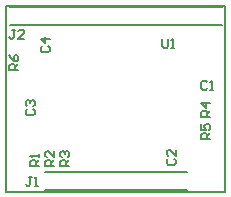
<source format=gto>
G04*
G04 #@! TF.GenerationSoftware,Altium Limited,Altium Designer,20.0.14 (345)*
G04*
G04 Layer_Color=65535*
%FSLAX43Y43*%
%MOMM*%
G71*
G01*
G75*
%ADD10C,0.127*%
%ADD11C,0.200*%
D10*
X18542D01*
X0D02*
Y15748D01*
X18542D01*
Y0D02*
Y15748D01*
X773Y13716D02*
X520D01*
X647D01*
Y13081D01*
X520Y12954D01*
X393D01*
X266Y13081D01*
X1535Y12954D02*
X1027D01*
X1535Y13462D01*
Y13589D01*
X1408Y13716D01*
X1154D01*
X1027Y13589D01*
X1016Y10287D02*
X254D01*
Y10668D01*
X381Y10795D01*
X635D01*
X762Y10668D01*
Y10287D01*
Y10541D02*
X1016Y10795D01*
X254Y11557D02*
X381Y11303D01*
X635Y11049D01*
X889D01*
X1016Y11176D01*
Y11430D01*
X889Y11557D01*
X762D01*
X635Y11430D01*
Y11049D01*
X5334Y2159D02*
X4572D01*
Y2540D01*
X4699Y2667D01*
X4953D01*
X5080Y2540D01*
Y2159D01*
Y2413D02*
X5334Y2667D01*
X4699Y2921D02*
X4572Y3048D01*
Y3302D01*
X4699Y3429D01*
X4826D01*
X4953Y3302D01*
Y3175D01*
Y3302D01*
X5080Y3429D01*
X5207D01*
X5334Y3302D01*
Y3048D01*
X5207Y2921D01*
X17272Y4445D02*
X16510D01*
Y4826D01*
X16637Y4953D01*
X16891D01*
X17018Y4826D01*
Y4445D01*
Y4699D02*
X17272Y4953D01*
X16510Y5715D02*
Y5207D01*
X16891D01*
X16764Y5461D01*
Y5588D01*
X16891Y5715D01*
X17145D01*
X17272Y5588D01*
Y5334D01*
X17145Y5207D01*
X17272Y6350D02*
X16510D01*
Y6731D01*
X16637Y6858D01*
X16891D01*
X17018Y6731D01*
Y6350D01*
Y6604D02*
X17272Y6858D01*
Y7493D02*
X16510D01*
X16891Y7112D01*
Y7620D01*
X2159Y1270D02*
X1905D01*
X2032D01*
Y635D01*
X1905Y508D01*
X1778D01*
X1651Y635D01*
X2413Y508D02*
X2667D01*
X2540D01*
Y1270D01*
X2413Y1143D01*
X4064Y2159D02*
X3302D01*
Y2540D01*
X3429Y2667D01*
X3683D01*
X3810Y2540D01*
Y2159D01*
Y2413D02*
X4064Y2667D01*
Y3429D02*
Y2921D01*
X3556Y3429D01*
X3429D01*
X3302Y3302D01*
Y3048D01*
X3429Y2921D01*
X2794Y2159D02*
X2032D01*
Y2540D01*
X2159Y2667D01*
X2413D01*
X2540Y2540D01*
Y2159D01*
Y2413D02*
X2794Y2667D01*
Y2921D02*
Y3175D01*
Y3048D01*
X2032D01*
X2159Y2921D01*
X13208Y12954D02*
Y12319D01*
X13335Y12192D01*
X13589D01*
X13716Y12319D01*
Y12954D01*
X13970Y12192D02*
X14224D01*
X14097D01*
Y12954D01*
X13970Y12827D01*
X3048Y12319D02*
X2921Y12192D01*
Y11938D01*
X3048Y11811D01*
X3556D01*
X3683Y11938D01*
Y12192D01*
X3556Y12319D01*
X3683Y12954D02*
X2921D01*
X3302Y12573D01*
Y13081D01*
X1778Y6985D02*
X1651Y6858D01*
Y6604D01*
X1778Y6477D01*
X2286D01*
X2413Y6604D01*
Y6858D01*
X2286Y6985D01*
X1778Y7239D02*
X1651Y7366D01*
Y7620D01*
X1778Y7747D01*
X1905D01*
X2032Y7620D01*
Y7493D01*
Y7620D01*
X2159Y7747D01*
X2286D01*
X2413Y7620D01*
Y7366D01*
X2286Y7239D01*
X13716Y2794D02*
X13589Y2667D01*
Y2413D01*
X13716Y2286D01*
X14224D01*
X14351Y2413D01*
Y2667D01*
X14224Y2794D01*
X14351Y3556D02*
Y3048D01*
X13843Y3556D01*
X13716D01*
X13589Y3429D01*
Y3175D01*
X13716Y3048D01*
X17018Y9271D02*
X16891Y9398D01*
X16637D01*
X16510Y9271D01*
Y8763D01*
X16637Y8636D01*
X16891D01*
X17018Y8763D01*
X17272Y8636D02*
X17526D01*
X17399D01*
Y9398D01*
X17272Y9271D01*
D11*
X3281Y1685D02*
X15281D01*
X3281Y135D02*
X15281D01*
X275Y15634D02*
X18275D01*
X275Y14084D02*
X18275D01*
M02*

</source>
